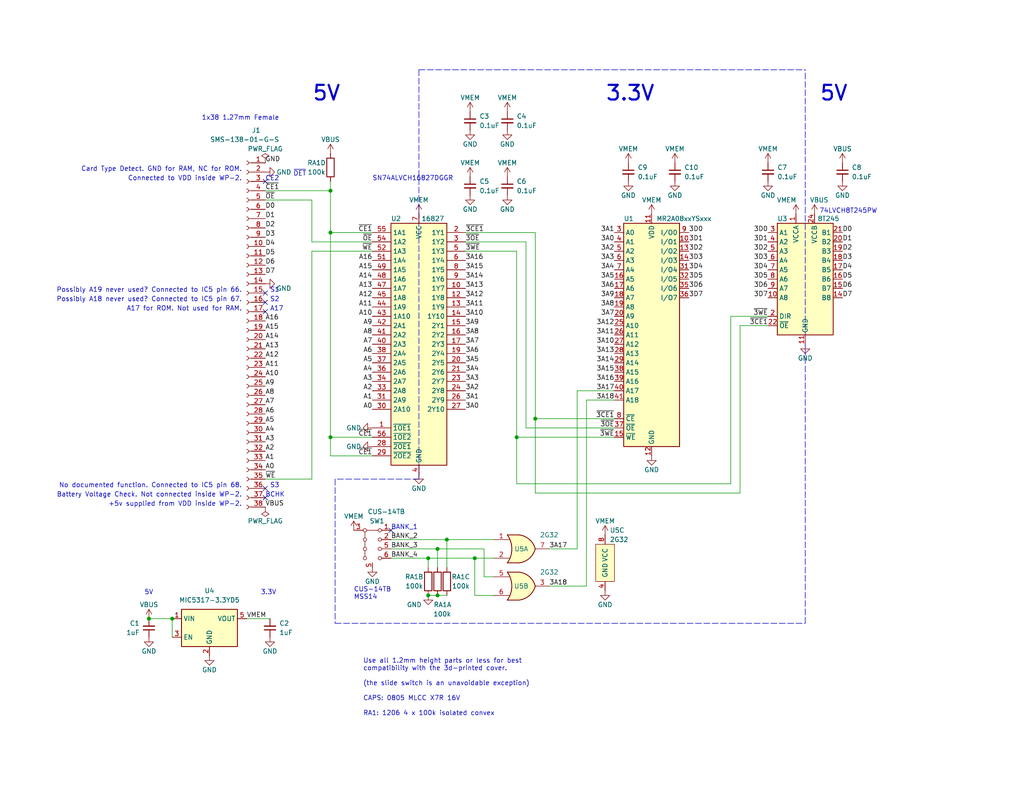
<source format=kicad_sch>
(kicad_sch (version 20211123) (generator eeschema)
  (paper "USLetter")
  (title_block (title "WP-2_IC-Card_MRAM_512") (date "2023-01-31") (rev "003") (company "Brian K. White - b.kenyon.w@gmail.com"))
  (lib_symbols
    (symbol "0_LOCAL:74LVC16827"
      (property "Reference" "U" (at -6.35 34.29 0))
      (property "Value" "74LVC16827" (at 10.16 34.29 0))
      (symbol "74LVC16827_1_1"
        (pin input line (at -12.7 -22.86 0) (length 5.08) (name "~{1OE1}") (number "1"))
        (pin output line (at 12.7 15.24 180) (length 5.08) (name "1Y7") (number "10"))
        (pin passive line (at 0 -35.56 90) (length 2.54) hide (name "GND") (number "11"))
        (pin output line (at 12.7 12.7 180) (length 5.08) (name "1Y8") (number "12"))
        (pin output line (at 12.7 10.16 180) (length 5.08) (name "1Y9") (number "13"))
        (pin output line (at 12.7 7.62 180) (length 5.08) (name "1Y10") (number "14"))
        (pin output line (at 12.7 5.08 180) (length 5.08) (name "2Y1") (number "15"))
        (pin output line (at 12.7 2.54 180) (length 5.08) (name "2Y2") (number "16"))
        (pin output line (at 12.7 0 180) (length 5.08) (name "2Y3") (number "17"))
        (pin passive line (at 0 -35.56 90) (length 2.54) hide (name "GND") (number "18"))
        (pin output line (at 12.7 -2.54 180) (length 5.08) (name "2Y4") (number "19"))
        (pin output line (at 12.7 30.48 180) (length 5.08) (name "1Y1") (number "2"))
        (pin output line (at 12.7 -5.08 180) (length 5.08) (name "2Y5") (number "20"))
        (pin output line (at 12.7 -7.62 180) (length 5.08) (name "2Y6") (number "21"))
        (pin passive line (at 0 35.56 270) (length 2.54) hide (name "VCC") (number "22"))
        (pin output line (at 12.7 -10.16 180) (length 5.08) (name "2Y7") (number "23"))
        (pin output line (at 12.7 -12.7 180) (length 5.08) (name "2Y8") (number "24"))
        (pin passive line (at 0 -35.56 90) (length 2.54) hide (name "GND") (number "25"))
        (pin output line (at 12.7 -15.24 180) (length 5.08) (name "2Y9") (number "26"))
        (pin output line (at 12.7 -17.78 180) (length 5.08) (name "2Y10") (number "27"))
        (pin input line (at -12.7 -27.94 0) (length 5.08) (name "~{2OE1}") (number "28"))
        (pin input line (at -12.7 -30.48 0) (length 5.08) (name "~{2OE2}") (number "29"))
        (pin output line (at 12.7 27.94 180) (length 5.08) (name "1Y2") (number "3"))
        (pin input line (at -12.7 -17.78 0) (length 5.08) (name "2A10") (number "30"))
        (pin input line (at -12.7 -15.24 0) (length 5.08) (name "2A9") (number "31"))
        (pin passive line (at 0 -35.56 90) (length 2.54) hide (name "GND") (number "32"))
        (pin input line (at -12.7 -12.7 0) (length 5.08) (name "2A8") (number "33"))
        (pin input line (at -12.7 -10.16 0) (length 5.08) (name "2A7") (number "34"))
        (pin passive line (at 0 35.56 270) (length 2.54) hide (name "VCC") (number "35"))
        (pin input line (at -12.7 -7.62 0) (length 5.08) (name "2A6") (number "36"))
        (pin input line (at -12.7 -5.08 0) (length 5.08) (name "2A5") (number "37"))
        (pin input line (at -12.7 -2.54 0) (length 5.08) (name "2A4") (number "38"))
        (pin passive line (at 0 -35.56 90) (length 2.54) hide (name "GND") (number "39"))
        (pin power_in line (at 0 -35.56 90) (length 2.54) (name "GND") (number "4"))
        (pin input line (at -12.7 0 0) (length 5.08) (name "2A3") (number "40"))
        (pin input line (at -12.7 2.54 0) (length 5.08) (name "2A2") (number "41"))
        (pin input line (at -12.7 5.08 0) (length 5.08) (name "2A1") (number "42"))
        (pin input line (at -12.7 7.62 0) (length 5.08) (name "1A10") (number "43"))
        (pin input line (at -12.7 10.16 0) (length 5.08) (name "1A9") (number "44"))
        (pin input line (at -12.7 12.7 0) (length 5.08) (name "1A8") (number "45"))
        (pin passive line (at 0 -35.56 90) (length 2.54) hide (name "GND") (number "46"))
        (pin input line (at -12.7 15.24 0) (length 5.08) (name "1A7") (number "47"))
        (pin input line (at -12.7 17.78 0) (length 5.08) (name "1A6") (number "48"))
        (pin input line (at -12.7 20.32 0) (length 5.08) (name "1A5") (number "49"))
        (pin output line (at 12.7 25.4 180) (length 5.08) (name "1Y3") (number "5"))
        (pin passive line (at 0 35.56 270) (length 2.54) hide (name "VCC") (number "50"))
        (pin input line (at -12.7 22.86 0) (length 5.08) (name "1A4") (number "51"))
        (pin input line (at -12.7 25.4 0) (length 5.08) (name "1A3") (number "52"))
        (pin passive line (at 0 -35.56 90) (length 2.54) hide (name "GND") (number "53"))
        (pin input line (at -12.7 27.94 0) (length 5.08) (name "1A2") (number "54"))
        (pin input line (at -12.7 30.48 0) (length 5.08) (name "1A1") (number "55"))
        (pin input line (at -12.7 -25.4 0) (length 5.08) (name "~{1OE2}") (number "56"))
        (pin output line (at 12.7 22.86 180) (length 5.08) (name "1Y4") (number "6"))
        (pin power_in line (at 0 35.56 270) (length 2.54) (name "VCC") (number "7"))
        (pin output line (at 12.7 20.32 180) (length 5.08) (name "1Y5") (number "8"))
        (pin output line (at 12.7 17.78 180) (length 5.08) (name "1Y6") (number "9"))
      )
    )
    (symbol "0_LOCAL:74LVC2G32" (pin_names (offset 1.016))
      (property "Reference" "U" (at 3.81 8.89 0))
      (property "Value" "74LVC2G32" (at 6.35 6.35 0))
      (symbol "74LVC2G32_1_1"
        (pin input line (at -7.62 2.54 0) (length 4.318) (name "") (number "1"))
        (pin input line (at -7.62 -2.54 0) (length 4.318) (name "") (number "2"))
        (pin output line (at 7.62 0 180) (length 3.81) (name "") (number "7"))
      )
      (symbol "74LVC2G32_1_2"
        (pin input inverted (at -7.62 2.54 0) (length 3.81) (name "~") (number "1"))
        (pin input inverted (at -7.62 -2.54 0) (length 3.81) (name "~") (number "2"))
        (pin output inverted (at 7.62 0 180) (length 3.81) (name "~") (number "3"))
      )
      (symbol "74LVC2G32_2_1"
        (pin output line (at 7.62 0 180) (length 3.81) (name "") (number "3"))
        (pin input line (at -7.62 2.54 0) (length 4.318) (name "") (number "5"))
        (pin input line (at -7.62 -2.54 0) (length 4.318) (name "") (number "6"))
      )
      (symbol "74LVC2G32_2_2"
        (pin input inverted (at -7.62 2.54 0) (length 3.81) (name "~") (number "4"))
        (pin input inverted (at -7.62 -2.54 0) (length 3.81) (name "~") (number "5"))
        (pin output inverted (at 7.62 0 180) (length 3.81) (name "~") (number "6"))
      )
      (symbol "74LVC2G32_3_1"
        (pin power_in line (at 0 -7.62 90) (length 2.54) (name "GND") (number "4"))
        (pin power_in line (at 0 7.62 270) (length 2.54) (name "VCC") (number "8"))
      )
      (symbol "74LVC2G32_3_2"
        (pin input inverted (at -7.62 -2.54 0) (length 3.81) (name "~") (number "10"))
        (pin output inverted (at 7.62 0 180) (length 3.81) (name "~") (number "8"))
        (pin input inverted (at -7.62 2.54 0) (length 3.81) (name "~") (number "9"))
      )
    )
    (symbol "0_LOCAL:74LVCH8T245"
      (property "Reference" "U" (at -6.604 17.018 0))
      (property "Value" "74LVCH8T245" (at 9.652 17.018 0))
      (symbol "74LVCH8T245_1_1"
        (pin power_in line (at -2.54 17.78 270) (length 2.54) (name "VCCA") (number "1"))
        (pin bidirectional line (at -10.16 -5.08 0) (length 2.54) (name "A8") (number "10"))
        (pin power_in line (at 0 -17.78 90) (length 2.54) (name "GND") (number "11"))
        (pin passive line (at 0 -17.78 90) (length 2.54) hide (name "GND") (number "12"))
        (pin passive line (at 0 -17.78 90) (length 2.54) hide (name "GND") (number "13"))
        (pin bidirectional line (at 10.16 -5.08 180) (length 2.54) (name "B8") (number "14"))
        (pin bidirectional line (at 10.16 -2.54 180) (length 2.54) (name "B7") (number "15"))
        (pin bidirectional line (at 10.16 0 180) (length 2.54) (name "B6") (number "16"))
        (pin bidirectional line (at 10.16 2.54 180) (length 2.54) (name "B5") (number "17"))
        (pin bidirectional line (at 10.16 5.08 180) (length 2.54) (name "B4") (number "18"))
        (pin bidirectional line (at 10.16 7.62 180) (length 2.54) (name "B3") (number "19"))
        (pin input line (at -10.16 -10.16 0) (length 2.54) (name "DIR") (number "2"))
        (pin bidirectional line (at 10.16 10.16 180) (length 2.54) (name "B2") (number "20"))
        (pin bidirectional line (at 10.16 12.7 180) (length 2.54) (name "B1") (number "21"))
        (pin input line (at -10.16 -12.7 0) (length 2.54) (name "~{OE}") (number "22"))
        (pin passive line (at 2.54 17.78 270) (length 2.54) hide (name "VCCB") (number "23"))
        (pin power_in line (at 2.54 17.78 270) (length 2.54) (name "VCCB") (number "24"))
        (pin bidirectional line (at -10.16 12.7 0) (length 2.54) (name "A1") (number "3"))
        (pin bidirectional line (at -10.16 10.16 0) (length 2.54) (name "A2") (number "4"))
        (pin bidirectional line (at -10.16 7.62 0) (length 2.54) (name "A3") (number "5"))
        (pin bidirectional line (at -10.16 5.08 0) (length 2.54) (name "A4") (number "6"))
        (pin bidirectional line (at -10.16 2.54 0) (length 2.54) (name "A5") (number "7"))
        (pin bidirectional line (at -10.16 0 0) (length 2.54) (name "A6") (number "8"))
        (pin bidirectional line (at -10.16 -2.54 0) (length 2.54) (name "A7") (number "9"))
      )
    )
    (symbol "0_LOCAL:C_Small" (pin_numbers hide) (pin_names (offset 0.254) hide)
      (property "Reference" "C" (at 0.254 1.778 0))
      (property "Value" "C_Small" (at 0.254 -2.032 0))
      (symbol "C_Small_1_1"
        (pin passive line (at 0 2.54 270) (length 2.032) (name "~") (number "1"))
        (pin passive line (at 0 -2.54 90) (length 2.032) (name "~") (number "2"))
      )
    )
    (symbol "0_LOCAL:Conn_01x38_Female" (pin_names (offset 1.016) hide)
      (property "Reference" "J" (at 0 48.26 0))
      (property "Value" "Conn_01x38_Female" (at 0 -50.8 0))
      (symbol "Conn_01x38_Female_1_1"
        (pin passive line (at -5.08 45.72 0) (length 3.81) (name "Pin_1") (number "1"))
        (pin passive line (at -5.08 22.86 0) (length 3.81) (name "Pin_10") (number "10"))
        (pin passive line (at -5.08 20.32 0) (length 3.81) (name "Pin_11") (number "11"))
        (pin passive line (at -5.08 17.78 0) (length 3.81) (name "Pin_12") (number "12"))
        (pin passive line (at -5.08 15.24 0) (length 3.81) (name "Pin_13") (number "13"))
        (pin passive line (at -5.08 12.7 0) (length 3.81) (name "Pin_14") (number "14"))
        (pin passive line (at -5.08 10.16 0) (length 3.81) (name "Pin_15") (number "15"))
        (pin passive line (at -5.08 7.62 0) (length 3.81) (name "Pin_16") (number "16"))
        (pin passive line (at -5.08 5.08 0) (length 3.81) (name "Pin_17") (number "17"))
        (pin passive line (at -5.08 2.54 0) (length 3.81) (name "Pin_18") (number "18"))
        (pin passive line (at -5.08 0 0) (length 3.81) (name "Pin_19") (number "19"))
        (pin passive line (at -5.08 43.18 0) (length 3.81) (name "Pin_2") (number "2"))
        (pin passive line (at -5.08 -2.54 0) (length 3.81) (name "Pin_20") (number "20"))
        (pin passive line (at -5.08 -5.08 0) (length 3.81) (name "Pin_21") (number "21"))
        (pin passive line (at -5.08 -7.62 0) (length 3.81) (name "Pin_22") (number "22"))
        (pin passive line (at -5.08 -10.16 0) (length 3.81) (name "Pin_23") (number "23"))
        (pin passive line (at -5.08 -12.7 0) (length 3.81) (name "Pin_24") (number "24"))
        (pin passive line (at -5.08 -15.24 0) (length 3.81) (name "Pin_25") (number "25"))
        (pin passive line (at -5.08 -17.78 0) (length 3.81) (name "Pin_26") (number "26"))
        (pin passive line (at -5.08 -20.32 0) (length 3.81) (name "Pin_27") (number "27"))
        (pin passive line (at -5.08 -22.86 0) (length 3.81) (name "Pin_28") (number "28"))
        (pin passive line (at -5.08 -25.4 0) (length 3.81) (name "Pin_29") (number "29"))
        (pin passive line (at -5.08 40.64 0) (length 3.81) (name "Pin_3") (number "3"))
        (pin passive line (at -5.08 -27.94 0) (length 3.81) (name "Pin_30") (number "30"))
        (pin passive line (at -5.08 -30.48 0) (length 3.81) (name "Pin_31") (number "31"))
        (pin passive line (at -5.08 -33.02 0) (length 3.81) (name "Pin_32") (number "32"))
        (pin passive line (at -5.08 -35.56 0) (length 3.81) (name "Pin_33") (number "33"))
        (pin passive line (at -5.08 -38.1 0) (length 3.81) (name "Pin_34") (number "34"))
        (pin passive line (at -5.08 -40.64 0) (length 3.81) (name "Pin_35") (number "35"))
        (pin passive line (at -5.08 -43.18 0) (length 3.81) (name "Pin_36") (number "36"))
        (pin passive line (at -5.08 -45.72 0) (length 3.81) (name "Pin_37") (number "37"))
        (pin passive line (at -5.08 -48.26 0) (length 3.81) (name "Pin_38") (number "38"))
        (pin passive line (at -5.08 38.1 0) (length 3.81) (name "Pin_4") (number "4"))
        (pin passive line (at -5.08 35.56 0) (length 3.81) (name "Pin_5") (number "5"))
        (pin passive line (at -5.08 33.02 0) (length 3.81) (name "Pin_6") (number "6"))
        (pin passive line (at -5.08 30.48 0) (length 3.81) (name "Pin_7") (number "7"))
        (pin passive line (at -5.08 27.94 0) (length 3.81) (name "Pin_8") (number "8"))
        (pin passive line (at -5.08 25.4 0) (length 3.81) (name "Pin_9") (number "9"))
      )
    )
    (symbol "0_LOCAL:GND" (power) (pin_names (offset 0))
      (property "Value" "GND" (at 0 -3.81 0))
      (symbol "GND_1_1"
        (pin power_in line (at 0 0 270) (length 0) hide (name "GND") (number "1"))
      )
    )
    (symbol "0_LOCAL:MIC5365-3.3YD5"
      (property "Reference" "U" (at -7.62 6.35 0))
      (property "Value" "MIC5365-3.3YD5" (at 0 6.35 0))
      (symbol "MIC5365-3.3YD5_1_1"
        (pin power_in line (at -10.16 2.54 0) (length 2.54) (name "VIN") (number "1"))
        (pin power_in line (at 0 -7.62 90) (length 2.54) (name "GND") (number "2"))
        (pin input line (at -10.16 -2.54 0) (length 2.54) (name "EN") (number "3"))
        (pin no_connect line (at 7.62 -2.54 180) (length 2.54) hide (name "DC") (number "4"))
        (pin power_out line (at 10.16 2.54 180) (length 2.54) (name "VOUT") (number "5"))
      )
    )
    (symbol "0_LOCAL:MR2A08xxYSxxx"
      (property "Reference" "U" (at -6.35 31.75 0))
      (property "Value" "MR2A08xxYSxxx" (at 1.27 31.75 0))
      (symbol "MR2A08xxYSxxx_1_1"
        (pin no_connect line (at 7.62 -9.906 180) (length 2.54) hide (name "DC") (number "1"))
        (pin bidirectional line (at 10.16 25.4 180) (length 2.54) (name "I/O1") (number "10"))
        (pin power_in line (at 0 33.02 270) (length 2.54) (name "VDD") (number "11"))
        (pin power_in line (at 0 -33.02 90) (length 2.54) (name "GND") (number "12"))
        (pin bidirectional line (at 10.16 22.86 180) (length 2.54) (name "I/O2") (number "13"))
        (pin bidirectional line (at 10.16 20.32 180) (length 2.54) (name "I/O3") (number "14"))
        (pin input line (at -10.16 -27.94 0) (length 2.54) (name "~{WE}") (number "15"))
        (pin input line (at -10.16 15.24 0) (length 2.54) (name "A5") (number "16"))
        (pin input line (at -10.16 12.7 0) (length 2.54) (name "A6") (number "17"))
        (pin input line (at -10.16 10.16 0) (length 2.54) (name "A7") (number "18"))
        (pin input line (at -10.16 7.62 0) (length 2.54) (name "A8") (number "19"))
        (pin no_connect line (at 7.62 -5.08 180) (length 2.54) hide (name "NC") (number "2"))
        (pin input line (at -10.16 5.08 0) (length 2.54) (name "A9") (number "20"))
        (pin no_connect line (at 7.62 -12.7 180) (length 2.54) hide (name "DC") (number "21"))
        (pin no_connect line (at 7.62 -15.24 180) (length 2.54) hide (name "DC") (number "22"))
        (pin no_connect line (at 7.62 -17.78 180) (length 2.54) hide (name "DC") (number "23"))
        (pin no_connect line (at 7.62 -20.32 180) (length 2.54) hide (name "DC") (number "24"))
        (pin input line (at -10.16 2.54 0) (length 2.54) (name "A10") (number "25"))
        (pin input line (at -10.16 0 0) (length 2.54) (name "A11") (number "26"))
        (pin input line (at -10.16 -2.54 0) (length 2.54) (name "A12") (number "27"))
        (pin input line (at -10.16 -5.08 0) (length 2.54) (name "A13") (number "28"))
        (pin input line (at -10.16 -7.62 0) (length 2.54) (name "A14") (number "29"))
        (pin input line (at -10.16 27.94 0) (length 2.54) (name "A0") (number "3"))
        (pin no_connect line (at 7.62 -22.86 180) (length 2.54) hide (name "DC") (number "30"))
        (pin bidirectional line (at 10.16 17.78 180) (length 2.54) (name "I/O4") (number "31"))
        (pin bidirectional line (at 10.16 15.24 180) (length 2.54) (name "I/O5") (number "32"))
        (pin passive line (at 0 33.02 270) (length 2.54) hide (name "VDD") (number "33"))
        (pin passive line (at 0 -33.02 90) (length 2.54) hide (name "GND") (number "34"))
        (pin bidirectional line (at 10.16 12.7 180) (length 2.54) (name "I/O6") (number "35"))
        (pin bidirectional line (at 10.16 10.16 180) (length 2.54) (name "I/O7") (number "36"))
        (pin input line (at -10.16 -25.4 0) (length 2.54) (name "~{OE}") (number "37"))
        (pin input line (at -10.16 -10.16 0) (length 2.54) (name "A15") (number "38"))
        (pin input line (at -10.16 -12.7 0) (length 2.54) (name "A16") (number "39"))
        (pin input line (at -10.16 25.4 0) (length 2.54) (name "A1") (number "4"))
        (pin input line (at -10.16 -15.24 0) (length 2.54) (name "A17") (number "40"))
        (pin input line (at -10.16 -17.78 0) (length 2.54) (name "A18") (number "41"))
        (pin no_connect line (at 7.62 -25.4 180) (length 2.54) hide (name "DC") (number "42"))
        (pin no_connect line (at 7.62 -7.62 180) (length 2.54) hide (name "NC") (number "43"))
        (pin no_connect line (at 7.62 -27.94 180) (length 2.54) hide (name "DC") (number "44"))
        (pin input line (at -10.16 22.86 0) (length 2.54) (name "A2") (number "5"))
        (pin input line (at -10.16 20.32 0) (length 2.54) (name "A3") (number "6"))
        (pin input line (at -10.16 17.78 0) (length 2.54) (name "A4") (number "7"))
        (pin input line (at -10.16 -22.86 0) (length 2.54) (name "~{CE}") (number "8"))
        (pin bidirectional line (at 10.16 27.94 180) (length 2.54) (name "I/O0") (number "9"))
      )
    )
    (symbol "0_LOCAL:PWR_FLAG" (power) (pin_numbers hide) (pin_names (offset 0) hide)
      (property "Value" "PWR_FLAG" (at 0 3.81 0))
      (symbol "PWR_FLAG_0_0"
        (pin power_out line (at 0 0 90) (length 0) (name "pwr") (number "1"))
      )
    )
    (symbol "0_LOCAL:R_Array_04" (pin_numbers hide) (pin_names (offset 0) hide)
      (property "Reference" "RA" (at 2.032 0 90))
      (property "Value" "R_Array_04" (at -2.032 0 90))
      (symbol "R_Array_04_1_1"
        (pin passive line (at 0 3.81 270) (length 1.27) (name "R1.1") (number "1"))
        (pin passive line (at 0 -3.81 90) (length 1.27) (name "R1.2") (number "8"))
      )
      (symbol "R_Array_04_2_1"
        (pin passive line (at 0 3.81 270) (length 1.27) (name "R2.1") (number "2"))
        (pin passive line (at 0 -3.81 90) (length 1.27) (name "R2.2") (number "7"))
      )
      (symbol "R_Array_04_3_1"
        (pin passive line (at 0 3.81 270) (length 1.27) (name "R3.1") (number "3"))
        (pin passive line (at 0 -3.81 90) (length 1.27) (name "R3.2") (number "6"))
      )
      (symbol "R_Array_04_4_1"
        (pin passive line (at 0 3.81 270) (length 1.27) (name "R4.1") (number "4"))
        (pin passive line (at 0 -3.81 90) (length 1.27) (name "R4.2") (number "5"))
      )
    )
    (symbol "0_LOCAL:SW_1P4T_CUS-14B" (pin_names (offset 0) hide)
      (property "Reference" "SW" (at 0 6.35 0))
      (property "Value" "SW_1P4T_CUS-14B" (at 0 -7.62 0))
      (symbol "SW_1P4T_CUS-14B_1_1"
        (pin passive line (at 5.08 3.81 180) (length 2.54) (name "1") (number "1"))
        (pin passive line (at 5.08 1.27 180) (length 2.54) (name "2") (number "2"))
        (pin passive line (at -5.08 3.81 0) (length 2.54) (name "C") (number "3"))
        (pin passive line (at -5.08 3.81 0) (length 2.54) hide (name "C") (number "4"))
        (pin passive line (at 5.08 -1.27 180) (length 2.54) (name "5") (number "5"))
        (pin passive line (at 5.08 -3.81 180) (length 2.54) (name "6") (number "6"))
        (pin passive line (at 0 -6.35 90) (length 1.27) (name "S") (number "S"))
      )
    )
    (symbol "0_LOCAL:VBUS" (power) (pin_names (offset 0))
      (property "Value" "VBUS" (at 0 3.81 0))
      (symbol "VBUS_1_1"
        (pin power_in line (at 0 0 90) (length 0) hide (name "VBUS") (number "1"))
      )
    )
    (symbol "0_LOCAL:VMEM" (power) (pin_names (offset 0))
      (property "Value" "VMEM" (at 0 3.81 0))
      (symbol "VMEM_1_1"
        (pin power_in line (at 0 0 90) (length 0) hide (name "VMEM") (number "1"))
      )
    )
    (symbol "74LVC2G32_1" (pin_names (offset 1.016))
      (property "Reference" "U" (at 3.81 8.89 0))
      (property "Value" "74LVC2G32_1" (at 6.35 6.35 0))
      (symbol "74LVC2G32_1_1_1"
        (pin input line (at -7.62 2.54 0) (length 4.318) (name "") (number "1"))
        (pin input line (at -7.62 -2.54 0) (length 4.318) (name "") (number "2"))
        (pin output line (at 7.62 0 180) (length 3.81) (name "") (number "7"))
      )
      (symbol "74LVC2G32_1_1_2"
        (pin input inverted (at -7.62 2.54 0) (length 3.81) (name "~") (number "1"))
        (pin input inverted (at -7.62 -2.54 0) (length 3.81) (name "~") (number "2"))
        (pin output inverted (at 7.62 0 180) (length 3.81) (name "~") (number "3"))
      )
      (symbol "74LVC2G32_1_2_1"
        (pin output line (at 7.62 0 180) (length 3.81) (name "") (number "3"))
        (pin input line (at -7.62 2.54 0) (length 4.318) (name "") (number "5"))
        (pin input line (at -7.62 -2.54 0) (length 4.318) (name "") (number "6"))
      )
      (symbol "74LVC2G32_1_2_2"
        (pin input inverted (at -7.62 2.54 0) (length 3.81) (name "~") (number "4"))
        (pin input inverted (at -7.62 -2.54 0) (length 3.81) (name "~") (number "5"))
        (pin output inverted (at 7.62 0 180) (length 3.81) (name "~") (number "6"))
      )
      (symbol "74LVC2G32_1_3_1"
        (pin power_in line (at 0 -7.62 90) (length 2.54) (name "GND") (number "4"))
        (pin power_in line (at 0 7.62 270) (length 2.54) (name "VCC") (number "8"))
      )
      (symbol "74LVC2G32_1_3_2"
        (pin input inverted (at -7.62 -2.54 0) (length 3.81) (name "~") (number "10"))
        (pin output inverted (at 7.62 0 180) (length 3.81) (name "~") (number "8"))
        (pin input inverted (at -7.62 2.54 0) (length 3.81) (name "~") (number "9"))
      )
    )
    (symbol "C_Small_1" (pin_numbers hide) (pin_names (offset 0.254) hide)
      (property "Reference" "C" (at 0.254 1.778 0))
      (property "Value" "C_Small_1" (at 0.254 -2.032 0))
      (symbol "C_Small_1_1_1"
        (pin passive line (at 0 2.54 270) (length 2.032) (name "~") (number "1"))
        (pin passive line (at 0 -2.54 90) (length 2.032) (name "~") (number "2"))
      )
    )
    (symbol "C_Small_2" (pin_numbers hide) (pin_names (offset 0.254) hide)
      (property "Reference" "C" (at 0.254 1.778 0))
      (property "Value" "C_Small_2" (at 0.254 -2.032 0))
      (symbol "C_Small_2_1_1"
        (pin passive line (at 0 2.54 270) (length 2.032) (name "~") (number "1"))
        (pin passive line (at 0 -2.54 90) (length 2.032) (name "~") (number "2"))
      )
    )
    (symbol "C_Small_3" (pin_numbers hide) (pin_names (offset 0.254) hide)
      (property "Reference" "C" (at 0.254 1.778 0))
      (property "Value" "C_Small_3" (at 0.254 -2.032 0))
      (symbol "C_Small_3_1_1"
        (pin passive line (at 0 2.54 270) (length 2.032) (name "~") (number "1"))
        (pin passive line (at 0 -2.54 90) (length 2.032) (name "~") (number "2"))
      )
    )
    (symbol "C_Small_4" (pin_numbers hide) (pin_names (offset 0.254) hide)
      (property "Reference" "C" (at 0.254 1.778 0))
      (property "Value" "C_Small_4" (at 0.254 -2.032 0))
      (symbol "C_Small_4_1_1"
        (pin passive line (at 0 2.54 270) (length 2.032) (name "~") (number "1"))
        (pin passive line (at 0 -2.54 90) (length 2.032) (name "~") (number "2"))
      )
    )
    (symbol "C_Small_5" (pin_numbers hide) (pin_names (offset 0.254) hide)
      (property "Reference" "C" (at 0.254 1.778 0))
      (property "Value" "C_Small_5" (at 0.254 -2.032 0))
      (symbol "C_Small_5_1_1"
        (pin passive line (at 0 2.54 270) (length 2.032) (name "~") (number "1"))
        (pin passive line (at 0 -2.54 90) (length 2.032) (name "~") (number "2"))
      )
    )
    (symbol "C_Small_6" (pin_numbers hide) (pin_names (offset 0.254) hide)
      (property "Reference" "C" (at 0.254 1.778 0))
      (property "Value" "C_Small_6" (at 0.254 -2.032 0))
      (symbol "C_Small_6_1_1"
        (pin passive line (at 0 2.54 270) (length 2.032) (name "~") (number "1"))
        (pin passive line (at 0 -2.54 90) (length 2.032) (name "~") (number "2"))
      )
    )
    (symbol "C_Small_7" (pin_numbers hide) (pin_names (offset 0.254) hide)
      (property "Reference" "C" (at 0.254 1.778 0))
      (property "Value" "C_Small_7" (at 0.254 -2.032 0))
      (symbol "C_Small_7_1_1"
        (pin passive line (at 0 2.54 270) (length 2.032) (name "~") (number "1"))
        (pin passive line (at 0 -2.54 90) (length 2.032) (name "~") (number "2"))
      )
    )
    (symbol "C_Small_8" (pin_numbers hide) (pin_names (offset 0.254) hide)
      (property "Reference" "C" (at 0.254 1.778 0))
      (property "Value" "C_Small_8" (at 0.254 -2.032 0))
      (symbol "C_Small_8_1_1"
        (pin passive line (at 0 2.54 270) (length 2.032) (name "~") (number "1"))
        (pin passive line (at 0 -2.54 90) (length 2.032) (name "~") (number "2"))
      )
    )
    (symbol "C_Small_9" (pin_numbers hide) (pin_names (offset 0.254) hide)
      (property "Reference" "C" (at 0.254 1.778 0))
      (property "Value" "C_Small_9" (at 0.254 -2.032 0))
      (symbol "C_Small_9_1_1"
        (pin passive line (at 0 2.54 270) (length 2.032) (name "~") (number "1"))
        (pin passive line (at 0 -2.54 90) (length 2.032) (name "~") (number "2"))
      )
    )
  )
  (junction (at 140.97 119.38))
  (junction (at 129.54 152.4))
  (junction (at 90.17 63.5))
  (junction (at 40.64 168.91))
  (junction (at 90.17 52.07))
  (junction (at 116.84 162.56))
  (junction (at 90.17 119.38))
  (junction (at 146.05 114.3))
  (junction (at 119.38 162.56))
  (junction (at 116.84 152.4))
  (junction (at 46.99 168.91))
  (junction (at 121.92 147.32))
  (junction (at 119.38 149.86))
  (no_connect (at 72.39 49.53))
  (no_connect (at 72.39 82.55))
  (no_connect (at 72.39 135.89))
  (no_connect (at 72.39 133.35))
  (no_connect (at 106.68 144.78))
  (no_connect (at 72.39 85.09))
  (no_connect (at 72.39 80.01))
  (wire (pts (xy 72.39 130.81) (xy 85.09 130.81)))
  (wire (pts (xy 90.17 63.5) (xy 90.17 119.38)))
  (wire (pts (xy 201.93 88.9) (xy 201.93 134.62)))
  (polyline (pts (xy 91.44 170.18) (xy 219.71 170.18)))
  (polyline (pts (xy 114.3 19.05) (xy 114.3 130.81)))
  (wire (pts (xy 140.97 68.58) (xy 140.97 119.38)))
  (wire (pts (xy 129.54 152.4) (xy 129.54 162.56)))
  (wire (pts (xy 116.84 152.4) (xy 116.84 154.94)))
  (wire (pts (xy 157.48 106.68) (xy 157.48 149.86)))
  (wire (pts (xy 116.84 162.56) (xy 119.38 162.56)))
  (wire (pts (xy 146.05 134.62) (xy 201.93 134.62)))
  (wire (pts (xy 90.17 119.38) (xy 101.6 119.38)))
  (wire (pts (xy 85.09 130.81) (xy 85.09 68.58)))
  (wire (pts (xy 127 66.04) (xy 143.51 66.04)))
  (wire (pts (xy 46.99 168.91) (xy 40.64 168.91)))
  (wire (pts (xy 90.17 63.5) (xy 101.6 63.5)))
  (wire (pts (xy 127 68.58) (xy 140.97 68.58)))
  (wire (pts (xy 106.68 149.86) (xy 119.38 149.86)))
  (wire (pts (xy 90.17 49.53) (xy 90.17 52.07)))
  (wire (pts (xy 90.17 124.46) (xy 101.6 124.46)))
  (wire (pts (xy 149.86 160.02) (xy 160.02 160.02)))
  (wire (pts (xy 146.05 114.3) (xy 167.64 114.3)))
  (wire (pts (xy 121.92 147.32) (xy 134.62 147.32)))
  (wire (pts (xy 90.17 119.38) (xy 90.17 124.46)))
  (wire (pts (xy 46.99 168.91) (xy 46.99 173.99)))
  (wire (pts (xy 129.54 162.56) (xy 134.62 162.56)))
  (wire (pts (xy 85.09 68.58) (xy 101.6 68.58)))
  (wire (pts (xy 116.84 152.4) (xy 129.54 152.4)))
  (wire (pts (xy 119.38 149.86) (xy 119.38 154.94)))
  (wire (pts (xy 132.08 149.86) (xy 132.08 157.48)))
  (wire (pts (xy 146.05 114.3) (xy 146.05 134.62)))
  (wire (pts (xy 140.97 119.38) (xy 167.64 119.38)))
  (wire (pts (xy 132.08 157.48) (xy 134.62 157.48)))
  (wire (pts (xy 199.39 86.36) (xy 199.39 132.08)))
  (wire (pts (xy 85.09 66.04) (xy 101.6 66.04)))
  (wire (pts (xy 209.55 86.36) (xy 199.39 86.36)))
  (polyline (pts (xy 114.3 130.81) (xy 91.44 130.81)))
  (wire (pts (xy 209.55 88.9) (xy 201.93 88.9)))
  (wire (pts (xy 72.39 54.61) (xy 85.09 54.61)))
  (wire (pts (xy 119.38 149.86) (xy 132.08 149.86)))
  (wire (pts (xy 106.68 152.4) (xy 116.84 152.4)))
  (wire (pts (xy 121.92 147.32) (xy 121.92 154.94)))
  (polyline (pts (xy 114.3 19.05) (xy 219.71 19.05)))
  (wire (pts (xy 67.31 168.91) (xy 73.66 168.91)))
  (wire (pts (xy 143.51 66.04) (xy 143.51 116.84)))
  (wire (pts (xy 160.02 160.02) (xy 160.02 109.22)))
  (wire (pts (xy 157.48 149.86) (xy 149.86 149.86)))
  (wire (pts (xy 85.09 54.61) (xy 85.09 66.04)))
  (wire (pts (xy 140.97 132.08) (xy 199.39 132.08)))
  (wire (pts (xy 129.54 152.4) (xy 134.62 152.4)))
  (wire (pts (xy 119.38 162.56) (xy 121.92 162.56)))
  (wire (pts (xy 167.64 109.22) (xy 160.02 109.22)))
  (wire (pts (xy 90.17 63.5) (xy 90.17 52.07)))
  (wire (pts (xy 72.39 52.07) (xy 90.17 52.07)))
  (polyline (pts (xy 219.71 170.18) (xy 219.71 19.05)))
  (wire (pts (xy 127 63.5) (xy 146.05 63.5)))
  (wire (pts (xy 167.64 106.68) (xy 157.48 106.68)))
  (wire (pts (xy 106.68 147.32) (xy 121.92 147.32)))
  (wire (pts (xy 140.97 119.38) (xy 140.97 132.08)))
  (polyline (pts (xy 91.44 130.81) (xy 91.44 170.18)))
  (wire (pts (xy 167.64 116.84) (xy 143.51 116.84)))
  (wire (pts (xy 146.05 63.5) (xy 146.05 114.3)))
  (text "3.3V" (at 165.1 27.94 0) (effects (font (size 4 4) (thickness 0.6) bold) (justify left bottom)))
  (text "5V" (at 39.37 162.56 0) (effects (font (size 1.27 1.27)) (justify left bottom)))
  (text "Connected to VDD inside WP-2." (at 66.04 49.53 180) (effects (font (size 1.27 1.27)) (justify right bottom)))
  (text "5V" (at 223.52 27.94 0) (effects (font (size 4 4) (thickness 0.6) bold) (justify left bottom)))
  (text "74LVCH8T245PW" (at 223.52 58.42 0) (effects (font (size 1.27 1.27)) (justify left bottom)))
  (text "BCHK" (at 72.39 135.89 0) (effects (font (size 1.27 1.27)) (justify left bottom)))
  (text "CE2" (at 72.39 49.53 0) (effects (font (size 1.27 1.27)) (justify left bottom)))
  (text "S1" (at 73.66 80.01 0) (effects (font (size 1.27 1.27)) (justify left bottom)))
  (text "Use all 1.2mm height parts or less for best\ncompatibility with the 3d-printed cover.\n\n(the slide switch is an unavoidable exception)\n\nCAPS: 0805 MLCC X7R 16V\n\nRA1: 1206 4 x 100k isolated convex" (at 99.06 195.58 0) (effects (font (size 1.27 1.27)) (justify left bottom)))
  (text "+5v supplied from VDD inside WP-2." (at 66.04 138.43 180) (effects (font (size 1.27 1.27)) (justify right bottom)))
  (text "A17" (at 73.66 85.09 0) (effects (font (size 1.27 1.27)) (justify left bottom)))
  (text "1x38 1.27mm Female" (at 76.2 33.02 180) (effects (font (size 1.27 1.27)) (justify right bottom)))
  (text "5V" (at 85.09 27.94 0) (effects (font (size 4 4) (thickness 0.6) bold) (justify left bottom)))
  (text "No documented function. Connected to IC5 pin 68." (at 66.04 133.35 180) (effects (font (size 1.27 1.27)) (justify right bottom)))
  (text "Possibly A19 never used? Connected to IC5 pin 66." (at 66.04 80.01 180) (effects (font (size 1.27 1.27)) (justify right bottom)))
  (text "CUS-14TB\nMSS14" (at 96.52 163.83 0) (effects (font (size 1.27 1.27)) (justify left bottom)))
  (text "Battery Voltage Check. Not connected inside WP-2." (at 66.04 135.89 180) (effects (font (size 1.27 1.27)) (justify right bottom)))
  (text "~{DET}" (at 80.01 48.26 0) (effects (font (size 1.27 1.27)) (justify left bottom)))
  (text "Possibly A18 never used? Connected to IC5 pin 67." (at 66.04 82.55 180) (effects (font (size 1.27 1.27)) (justify right bottom)))
  (text "S2" (at 73.66 82.55 0) (effects (font (size 1.27 1.27)) (justify left bottom)))
  (text "Card Type Detect. GND for RAM, NC for ROM." (at 66.04 46.99 180) (effects (font (size 1.27 1.27)) (justify right bottom)))
  (text "A17 for ROM. Not used for RAM." (at 66.04 85.09 180) (effects (font (size 1.27 1.27)) (justify right bottom)))
  (text "SN74ALVCH16827DGGR" (at 101.6 49.53 0) (effects (font (size 1.27 1.27)) (justify left bottom)))
  (text "S3" (at 73.66 133.35 0) (effects (font (size 1.27 1.27)) (justify left bottom)))
  (text "BANK_1" (at 106.68 144.78 0) (effects (font (size 1.27 1.27)) (justify left bottom)))
  (text "3.3V" (at 71.12 162.56 0) (effects (font (size 1.27 1.27)) (justify left bottom)))
  (label "A3" (at 101.6 104.14 180))
  (label "3D5" (at 209.55 76.2 180))
  (label "3D3" (at 187.96 71.12 0))
  (label "3D3" (at 209.55 71.12 180))
  (label "3A13" (at 167.64 96.52 180))
  (label "A10" (at 72.39 102.87 0))
  (label "D3" (at 229.87 71.12 0))
  (label "~{3OE}" (at 167.64 116.84 180))
  (label "3A7" (at 127 93.98 0))
  (label "A1" (at 101.6 109.22 180))
  (label "~{CE1}" (at 101.6 119.38 180))
  (label "3A6" (at 167.64 78.74 180))
  (label "D0" (at 72.39 57.15 0))
  (label "3A4" (at 167.64 73.66 180))
  (label "D7" (at 229.87 81.28 0))
  (label "BANK_4" (at 106.68 152.4 0))
  (label "3A13" (at 127 78.74 0))
  (label "3D7" (at 209.55 81.28 180))
  (label "D0" (at 229.87 63.5 0))
  (label "A11" (at 72.39 100.33 0))
  (label "3A1" (at 127 109.22 0))
  (label "A11" (at 101.6 83.82 180))
  (label "~{CE1}" (at 72.39 52.07 0))
  (label "A13" (at 101.6 78.74 180))
  (label "~{CE1}" (at 101.6 63.5 180))
  (label "A15" (at 101.6 73.66 180))
  (label "~{3WE}" (at 127 68.58 0))
  (label "3D7" (at 187.96 81.28 0))
  (label "3A0" (at 167.64 66.04 180))
  (label "3A5" (at 127 99.06 0))
  (label "D3" (at 72.39 64.77 0))
  (label "A9" (at 72.39 105.41 0))
  (label "A10" (at 101.6 86.36 180))
  (label "VMEM" (at 67.31 168.91 0))
  (label "3D6" (at 209.55 78.74 180))
  (label "~{CE1}" (at 101.6 124.46 180))
  (label "D7" (at 72.39 74.93 0))
  (label "~{3OE}" (at 127 66.04 0))
  (label "A14" (at 72.39 92.71 0))
  (label "A16" (at 72.39 87.63 0))
  (label "3D5" (at 187.96 76.2 0))
  (label "A2" (at 101.6 106.68 180))
  (label "A4" (at 101.6 101.6 180))
  (label "~{3CE1}" (at 167.64 114.3 180))
  (label "3A0" (at 127 111.76 0))
  (label "3A12" (at 167.64 88.9 180))
  (label "3D2" (at 209.55 68.58 180))
  (label "A6" (at 101.6 96.52 180))
  (label "3D4" (at 209.55 73.66 180))
  (label "~{OE}" (at 101.6 66.04 180))
  (label "A8" (at 72.39 107.95 0))
  (label "3A1" (at 167.64 63.5 180))
  (label "A14" (at 101.6 76.2 180))
  (label "3A17" (at 167.64 106.68 180))
  (label "3A11" (at 127 83.82 0))
  (label "3A18" (at 149.86 160.02 0))
  (label "3A7" (at 167.64 86.36 180))
  (label "D5" (at 72.39 69.85 0))
  (label "A7" (at 72.39 110.49 0))
  (label "A15" (at 72.39 90.17 0))
  (label "A3" (at 72.39 120.65 0))
  (label "3A4" (at 127 101.6 0))
  (label "A8" (at 101.6 91.44 180))
  (label "3A8" (at 167.64 83.82 180))
  (label "GND" (at 72.39 44.45 0))
  (label "3A2" (at 167.64 68.58 180))
  (label "A12" (at 72.39 97.79 0))
  (label "A5" (at 72.39 115.57 0))
  (label "A6" (at 72.39 113.03 0))
  (label "BANK_2" (at 106.68 147.32 0))
  (label "D1" (at 72.39 59.69 0))
  (label "3A14" (at 127 76.2 0))
  (label "A16" (at 101.6 71.12 180))
  (label "3A17" (at 149.86 149.86 0))
  (label "~{3WE}" (at 167.64 119.38 180))
  (label "~{OE}" (at 72.39 54.61 0))
  (label "A5" (at 101.6 99.06 180))
  (label "A2" (at 72.39 123.19 0))
  (label "3A8" (at 127 91.44 0))
  (label "VBUS" (at 72.39 138.43 0))
  (label "A7" (at 101.6 93.98 180))
  (label "3D0" (at 209.55 63.5 180))
  (label "3D2" (at 187.96 68.58 0))
  (label "A13" (at 72.39 95.25 0))
  (label "3A6" (at 127 96.52 0))
  (label "3A18" (at 167.64 109.22 180))
  (label "3A3" (at 127 104.14 0))
  (label "3A9" (at 167.64 81.28 180))
  (label "~{3CE1}" (at 127 63.5 0))
  (label "~{3WE}" (at 209.55 86.36 180))
  (label "D4" (at 229.87 73.66 0))
  (label "3A5" (at 167.64 76.2 180))
  (label "3A3" (at 167.64 71.12 180))
  (label "3D1" (at 187.96 66.04 0))
  (label "3A16" (at 127 71.12 0))
  (label "A0" (at 101.6 111.76 180))
  (label "3A10" (at 167.64 93.98 180))
  (label "3D0" (at 187.96 63.5 0))
  (label "BANK_3" (at 106.68 149.86 0))
  (label "A12" (at 101.6 81.28 180))
  (label "A9" (at 101.6 88.9 180))
  (label "3A16" (at 167.64 104.14 180))
  (label "D2" (at 72.39 62.23 0))
  (label "3D1" (at 209.55 66.04 180))
  (label "3D6" (at 187.96 78.74 0))
  (label "3A15" (at 167.64 101.6 180))
  (label "3A15" (at 127 73.66 0))
  (label "3A14" (at 167.64 99.06 180))
  (label "~{3CE1}" (at 209.55 88.9 180))
  (label "A1" (at 72.39 125.73 0))
  (label "~{WE}" (at 72.39 130.81 0))
  (label "3A9" (at 127 88.9 0))
  (label "A0" (at 72.39 128.27 0))
  (label "3A12" (at 127 81.28 0))
  (label "D2" (at 229.87 68.58 0))
  (label "D6" (at 229.87 78.74 0))
  (label "D6" (at 72.39 72.39 0))
  (label "3D4" (at 187.96 73.66 0))
  (label "3A2" (at 127 106.68 0))
  (label "D4" (at 72.39 67.31 0))
  (label "D5" (at 229.87 76.2 0))
  (label "A4" (at 72.39 118.11 0))
  (label "D1" (at 229.87 66.04 0))
  (label "3A11" (at 167.64 91.44 180))
  (label "3A10" (at 127 86.36 0))
  (label "~{WE}" (at 101.6 68.58 180))
  (symbol (lib_id "0_LOCAL:Conn_01x38_Female") (at 67.31 90.17 0) (mirror y) (unit 1)
    (property "Reference" "J1" (at 71.12 35.56 0) (effects (justify left)))
    (property "Value" "SMS-138-01-G-S" (at 76.2 38.1 0) (effects (justify left)))
    (property "Footprint" "0_LOCAL:SMS-138-01-x-x_edge" (effects hide))
  )
  (symbol (lib_id "0_LOCAL:GND") (at 72.39 46.99 90) (mirror x) (unit 1)
    (property "Reference" "#PWR0105" (effects hide))
    (property "Value" "GND" (at 77.47 46.99 90))
  )
  (symbol (lib_id "0_LOCAL:GND") (at 177.8 124.46 0) (unit 1)
    (property "Reference" "#PWR0106" (effects hide))
    (property "Value" "GND" (at 177.8 128.27 0))
  )
  (symbol (lib_id "0_LOCAL:GND") (at 72.39 77.47 90) (mirror x) (unit 1)
    (property "Reference" "#PWR0108" (effects hide))
    (property "Value" "GND" (at 77.47 78.74 90))
  )
  (symbol (lib_name "C_Small_8") (lib_id "0_LOCAL:C_Small") (at 229.87 46.99 0) (unit 1)
    (property "Reference" "C8" (at 232.41 45.72 0) (effects (justify left)))
    (property "Value" "0.1uF" (at 232.41 48.26 0) (effects (justify left)))
    (property "Footprint" "0_LOCAL:C_0805_1mm" (effects hide))
  )
  (symbol (lib_name "C_Small_5") (lib_id "0_LOCAL:C_Small") (at 128.27 33.02 0) (unit 1)
    (property "Reference" "C3" (at 130.81 31.75 0) (effects (justify left)))
    (property "Value" "0.1uF" (at 130.81 34.29 0) (effects (justify left)))
    (property "Footprint" "0_LOCAL:C_0805_1mm" (effects hide))
  )
  (symbol (lib_id "0_LOCAL:GND") (at 165.1 161.29 0) (mirror y) (unit 1)
    (property "Reference" "#PWR0127" (effects hide))
    (property "Value" "GND" (at 165.1 165.1 0))
  )
  (symbol (lib_id "0_LOCAL:VMEM") (at 96.52 144.78 0) (unit 1)
    (property "Reference" "#PWR0126" (effects hide))
    (property "Value" "VMEM" (at 96.52 140.97 0))
  )
  (symbol (lib_name "C_Small_3") (lib_id "0_LOCAL:C_Small") (at 138.43 50.8 0) (unit 1)
    (property "Reference" "C6" (at 140.97 49.53 0) (effects (justify left)))
    (property "Value" "0.1uF" (at 140.97 52.07 0) (effects (justify left)))
    (property "Footprint" "0_LOCAL:C_0805_1mm" (effects hide))
  )
  (symbol (lib_id "0_LOCAL:VMEM") (at 171.45 44.45 0) (unit 1)
    (property "Reference" "#PWR0144" (effects hide))
    (property "Value" "VMEM" (at 171.45 40.64 0))
  )
  (symbol (lib_id "0_LOCAL:GND") (at 73.66 173.99 0) (unit 1)
    (property "Reference" "#PWR0113" (effects hide))
    (property "Value" "GND" (at 73.66 177.8 0))
  )
  (symbol (lib_id "0_LOCAL:GND") (at 114.3 129.54 0) (mirror y) (unit 1)
    (property "Reference" "#PWR0114" (effects hide))
    (property "Value" "GND" (at 114.3 133.35 0))
  )
  (symbol (lib_id "0_LOCAL:R_Array_04") (at 121.92 158.75 0) (unit 3)
    (property "Reference" "RA1" (at 125.73 157.48 0))
    (property "Value" "100k" (at 125.73 160.02 0))
    (property "Footprint" "0_LOCAL:R_Array_Convex_4x0612" (effects hide))
    (property "Datasheet" "http://www.vishay.com/docs/31509/csc.pdf" (effects hide))
  )
  (symbol (lib_id "0_LOCAL:74LVC2G32") (at 142.24 149.86 0) (unit 1)
    (property "Reference" "U5" (at 142.24 149.86 0))
    (property "Value" "2G32" (at 149.86 146.05 0))
    (property "Footprint" "0_LOCAL:TSSOP-8_3x3mm_P0.65mm" (effects hide))
    (property "Datasheet" "https://assets.nexperia.com/documents/data-sheet/74LVC2G32.pdf" (effects hide))
  )
  (symbol (lib_id "0_LOCAL:VMEM") (at 114.3 58.42 0) (mirror y) (unit 1)
    (property "Reference" "#PWR0115" (effects hide))
    (property "Value" "VMEM" (at 114.3 54.61 0))
  )
  (symbol (lib_name "74LVC2G32_1") (lib_id "0_LOCAL:74LVC2G32") (at 142.24 160.02 0) (unit 2)
    (property "Reference" "U5" (at 142.24 160.02 0))
    (property "Value" "2G32" (at 149.86 156.21 0))
    (property "Footprint" "0_LOCAL:TSSOP-8_3x3mm_P0.65mm" (effects hide))
    (property "Datasheet" "https://assets.nexperia.com/documents/data-sheet/74LVC2G32.pdf" (effects hide))
  )
  (symbol (lib_id "0_LOCAL:GND") (at 128.27 35.56 0) (unit 1)
    (property "Reference" "#PWR0104" (effects hide))
    (property "Value" "GND" (at 128.27 39.37 0))
  )
  (symbol (lib_id "0_LOCAL:MIC5365-3.3YD5") (at 57.15 171.45 0) (unit 1)
    (property "Reference" "U4" (at 57.15 161.29 0))
    (property "Value" "MIC5317-3.3YD5" (at 57.15 163.83 0))
    (property "Footprint" "0_LOCAL:TSOT-23-5" (effects hide))
    (property "Datasheet" "http://ww1.microchip.com/downloads/en/DeviceDoc/mic5365.pdf" (effects hide))
  )
  (symbol (lib_name "C_Small_6") (lib_id "0_LOCAL:C_Small") (at 138.43 33.02 0) (unit 1)
    (property "Reference" "C4" (at 140.97 31.75 0) (effects (justify left)))
    (property "Value" "0.1uF" (at 140.97 34.29 0) (effects (justify left)))
    (property "Footprint" "0_LOCAL:C_0805_1mm" (effects hide))
  )
  (symbol (lib_id "0_LOCAL:C_Small") (at 184.15 46.99 0) (unit 1)
    (property "Reference" "C10" (at 186.69 45.72 0) (effects (justify left)))
    (property "Value" "0.1uF" (at 186.69 48.26 0) (effects (justify left)))
    (property "Footprint" "0_LOCAL:C_0805_1mm" (effects hide))
  )
  (symbol (lib_id "0_LOCAL:GND") (at 138.43 53.34 0) (unit 1)
    (property "Reference" "#PWR0120" (effects hide))
    (property "Value" "GND" (at 138.43 57.15 0))
  )
  (symbol (lib_id "0_LOCAL:GND") (at 101.6 121.92 270) (mirror x) (unit 1)
    (property "Reference" "#PWR0131" (effects hide))
    (property "Value" "GND" (at 96.52 121.92 90))
  )
  (symbol (lib_id "0_LOCAL:GND") (at 171.45 49.53 0) (unit 1)
    (property "Reference" "#PWR0145" (effects hide))
    (property "Value" "GND" (at 171.45 53.34 0))
  )
  (symbol (lib_id "0_LOCAL:74LVC2G32") (at 165.1 153.67 0) (unit 3)
    (property "Reference" "U5" (at 166.37 144.78 0) (effects (justify left)))
    (property "Value" "2G32" (at 166.37 147.32 0) (effects (justify left)))
    (property "Footprint" "0_LOCAL:TSSOP-8_3x3mm_P0.65mm" (effects hide))
    (property "Datasheet" "https://assets.nexperia.com/documents/data-sheet/74LVC2G32.pdf" (effects hide))
  )
  (symbol (lib_id "0_LOCAL:GND") (at 101.6 154.94 0) (mirror y) (unit 1)
    (property "Reference" "#PWR0121" (effects hide))
    (property "Value" "GND" (at 101.6 158.75 0))
  )
  (symbol (lib_id "0_LOCAL:PWR_FLAG") (at 72.39 138.43 180) (unit 1)
    (property "Reference" "#FLG0101" (effects hide))
    (property "Value" "PWR_FLAG" (at 72.39 142.24 0))
  )
  (symbol (lib_id "0_LOCAL:VBUS") (at 40.64 168.91 0) (unit 1)
    (property "Reference" "#PWR0102" (effects hide))
    (property "Value" "VBUS" (at 40.64 165.1 0))
  )
  (symbol (lib_id "0_LOCAL:VMEM") (at 209.55 44.45 0) (unit 1)
    (property "Reference" "#PWR0119" (effects hide))
    (property "Value" "VMEM" (at 209.55 40.64 0))
  )
  (symbol (lib_id "0_LOCAL:VBUS") (at 229.87 44.45 0) (unit 1)
    (property "Reference" "#PWR0141" (effects hide))
    (property "Value" "VBUS" (at 229.87 40.64 0))
  )
  (symbol (lib_id "0_LOCAL:VMEM") (at 138.43 48.26 0) (unit 1)
    (property "Reference" "#PWR0125" (effects hide))
    (property "Value" "VMEM" (at 138.43 44.45 0))
  )
  (symbol (lib_id "0_LOCAL:VBUS") (at 222.25 58.42 0) (unit 1)
    (property "Reference" "#PWR0129" (effects hide))
    (property "Value" "VBUS" (at 223.52 54.61 0))
  )
  (symbol (lib_id "0_LOCAL:74LVC16827") (at 114.3 93.98 0) (unit 1)
    (property "Reference" "U2" (at 106.68 59.69 0) (effects (justify left)))
    (property "Value" "16827" (at 118.11 59.69 0))
    (property "Footprint" "0_LOCAL:TSSOP-56_6.1x14mm_P0.5mm" (effects hide))
    (property "Datasheet" "http://www.ti.com/lit/ds/symlink/sn74avc16827.pdf" (effects hide))
  )
  (symbol (lib_id "0_LOCAL:VMEM") (at 138.43 30.48 0) (unit 1)
    (property "Reference" "#PWR0123" (effects hide))
    (property "Value" "VMEM" (at 138.43 26.67 0))
  )
  (symbol (lib_id "0_LOCAL:VMEM") (at 184.15 44.45 0) (unit 1)
    (property "Reference" "#PWR0137" (effects hide))
    (property "Value" "VMEM" (at 184.15 40.64 0))
  )
  (symbol (lib_id "0_LOCAL:VMEM") (at 128.27 30.48 0) (unit 1)
    (property "Reference" "#PWR0110" (effects hide))
    (property "Value" "VMEM" (at 128.27 26.67 0))
  )
  (symbol (lib_id "0_LOCAL:GND") (at 57.15 179.07 0) (unit 1)
    (property "Reference" "#PWR0112" (effects hide))
    (property "Value" "GND" (at 57.15 182.88 0))
  )
  (symbol (lib_id "0_LOCAL:GND") (at 116.84 162.56 0) (mirror y) (unit 1)
    (property "Reference" "#PWR0103" (effects hide))
    (property "Value" "GND" (at 113.03 165.1 0))
  )
  (symbol (lib_id "0_LOCAL:GND") (at 229.87 49.53 0) (unit 1)
    (property "Reference" "#PWR0139" (effects hide))
    (property "Value" "GND" (at 229.87 53.34 0))
  )
  (symbol (lib_id "0_LOCAL:VMEM") (at 165.1 146.05 0) (unit 1)
    (property "Reference" "#PWR0116" (effects hide))
    (property "Value" "VMEM" (at 165.1 142.24 0))
  )
  (symbol (lib_id "0_LOCAL:74LVCH8T245") (at 219.71 76.2 0) (unit 1)
    (property "Reference" "U3" (at 212.09 59.69 0) (effects (justify left)))
    (property "Value" "8T245" (at 226.06 59.69 0))
    (property "Footprint" "0_LOCAL:TSSOP-24_4.4x7.8mm_P0.65mm" (effects hide))
    (property "Datasheet" "https://www.ti.com/lit/ds/symlink/sn74avc8t245.pdf" (effects hide))
  )
  (symbol (lib_id "0_LOCAL:GND") (at 209.55 49.53 0) (unit 1)
    (property "Reference" "#PWR0118" (effects hide))
    (property "Value" "GND" (at 209.55 53.34 0))
  )
  (symbol (lib_id "0_LOCAL:R_Array_04") (at 116.84 158.75 0) (unit 2)
    (property "Reference" "RA1" (at 113.03 157.48 0))
    (property "Value" "100k" (at 113.03 160.02 0))
    (property "Footprint" "0_LOCAL:R_Array_Convex_4x0612" (effects hide))
    (property "Datasheet" "http://www.vishay.com/docs/31509/csc.pdf" (effects hide))
  )
  (symbol (lib_id "0_LOCAL:GND") (at 219.71 93.98 0) (unit 1)
    (property "Reference" "#PWR0107" (effects hide))
    (property "Value" "GND" (at 219.71 97.79 0))
  )
  (symbol (lib_id "0_LOCAL:VBUS") (at 90.17 41.91 0) (unit 1)
    (property "Reference" "#PWR0128" (effects hide))
    (property "Value" "VBUS" (at 90.17 38.1 0))
  )
  (symbol (lib_name "C_Small_2") (lib_id "0_LOCAL:C_Small") (at 73.66 171.45 180) (unit 1)
    (property "Reference" "C2" (at 76.2 170.18 0) (effects (justify right)))
    (property "Value" "1uF" (at 76.2 172.72 0) (effects (justify right)))
    (property "Footprint" "0_LOCAL:C_0805_1mm" (effects hide))
  )
  (symbol (lib_id "0_LOCAL:VMEM") (at 128.27 48.26 0) (unit 1)
    (property "Reference" "#PWR0124" (effects hide))
    (property "Value" "VMEM" (at 128.27 44.45 0))
  )
  (symbol (lib_id "0_LOCAL:SW_1P4T_CUS-14B") (at 101.6 148.59 0) (unit 1)
    (property "Reference" "SW1" (at 102.87 142.24 0))
    (property "Value" "CUS-14TB" (at 105.41 139.7 0))
    (property "Footprint" "0_LOCAL:SW_SP4T_CUS-14B" (effects hide))
  )
  (symbol (lib_id "0_LOCAL:GND") (at 184.15 49.53 0) (unit 1)
    (property "Reference" "#PWR0138" (effects hide))
    (property "Value" "GND" (at 184.15 53.34 0))
  )
  (symbol (lib_name "C_Small_7") (lib_id "0_LOCAL:C_Small") (at 209.55 46.99 0) (unit 1)
    (property "Reference" "C7" (at 212.09 45.72 0) (effects (justify left)))
    (property "Value" "0.1uF" (at 212.09 48.26 0) (effects (justify left)))
    (property "Footprint" "0_LOCAL:C_0805_1mm" (effects hide))
  )
  (symbol (lib_id "0_LOCAL:VMEM") (at 177.8 58.42 0) (unit 1)
    (property "Reference" "#PWR0111" (effects hide))
    (property "Value" "VMEM" (at 177.8 54.61 0))
  )
  (symbol (lib_name "C_Small_4") (lib_id "0_LOCAL:C_Small") (at 128.27 50.8 0) (unit 1)
    (property "Reference" "C5" (at 130.81 49.53 0) (effects (justify left)))
    (property "Value" "0.1uF" (at 130.81 52.07 0) (effects (justify left)))
    (property "Footprint" "0_LOCAL:C_0805_1mm" (effects hide))
  )
  (symbol (lib_id "0_LOCAL:R_Array_04") (at 90.17 45.72 0) (mirror x) (unit 4)
    (property "Reference" "RA1" (at 86.36 44.45 0))
    (property "Value" "100k" (at 86.36 46.99 0))
    (property "Footprint" "0_LOCAL:R_Array_Convex_4x0612" (effects hide))
    (property "Datasheet" "http://www.vishay.com/docs/31509/csc.pdf" (effects hide))
  )
  (symbol (lib_id "0_LOCAL:R_Array_04") (at 119.38 158.75 0) (unit 1)
    (property "Reference" "RA1" (at 123.19 165.1 0) (effects (justify right)))
    (property "Value" "100k" (at 120.65 167.64 0))
    (property "Footprint" "0_LOCAL:R_Array_Convex_4x0612" (effects hide))
    (property "Datasheet" "http://www.vishay.com/docs/31509/csc.pdf" (effects hide))
  )
  (symbol (lib_name "C_Small_1") (lib_id "0_LOCAL:C_Small") (at 40.64 171.45 180) (unit 1)
    (property "Reference" "C1" (at 38.1 170.18 0) (effects (justify left)))
    (property "Value" "1uF" (at 38.1 172.72 0) (effects (justify left)))
    (property "Footprint" "0_LOCAL:C_0805_1mm" (effects hide))
  )
  (symbol (lib_id "0_LOCAL:GND") (at 138.43 35.56 0) (unit 1)
    (property "Reference" "#PWR0117" (effects hide))
    (property "Value" "GND" (at 138.43 39.37 0))
  )
  (symbol (lib_id "0_LOCAL:GND") (at 101.6 116.84 270) (mirror x) (unit 1)
    (property "Reference" "#PWR0130" (effects hide))
    (property "Value" "GND" (at 96.52 116.84 90))
  )
  (symbol (lib_id "0_LOCAL:VMEM") (at 217.17 58.42 0) (unit 1)
    (property "Reference" "#PWR0109" (effects hide))
    (property "Value" "VMEM" (at 214.63 54.61 0))
  )
  (symbol (lib_id "0_LOCAL:MR2A08xxYSxxx") (at 177.8 91.44 0) (unit 1)
    (property "Reference" "U1" (at 170.18 59.69 0) (effects (justify left)))
    (property "Value" "MR2A08xxYSxxx" (at 179.07 59.69 0) (effects (justify left)))
    (property "Footprint" "0_LOCAL:TSOP-II-44_10.16x18.41mm_P0.8mm" (effects hide))
    (property "Datasheet" "https://www.everspin.com/family/mr2a08a" (effects hide))
  )
  (symbol (lib_name "C_Small_9") (lib_id "0_LOCAL:C_Small") (at 171.45 46.99 0) (unit 1)
    (property "Reference" "C9" (at 173.99 45.72 0) (effects (justify left)))
    (property "Value" "0.1uF" (at 173.99 48.26 0) (effects (justify left)))
    (property "Footprint" "0_LOCAL:C_0805_1mm" (effects hide))
  )
  (symbol (lib_id "0_LOCAL:GND") (at 40.64 173.99 0) (unit 1)
    (property "Reference" "#PWR0101" (effects hide))
    (property "Value" "GND" (at 40.64 177.8 0))
  )
  (symbol (lib_id "0_LOCAL:PWR_FLAG") (at 72.39 44.45 0) (unit 1)
    (property "Reference" "#FLG0102" (effects hide))
    (property "Value" "PWR_FLAG" (at 72.39 40.64 0))
  )
  (symbol (lib_id "0_LOCAL:GND") (at 128.27 53.34 0) (unit 1)
    (property "Reference" "#PWR0122" (effects hide))
    (property "Value" "GND" (at 128.27 57.15 0))
  )
)
</source>
